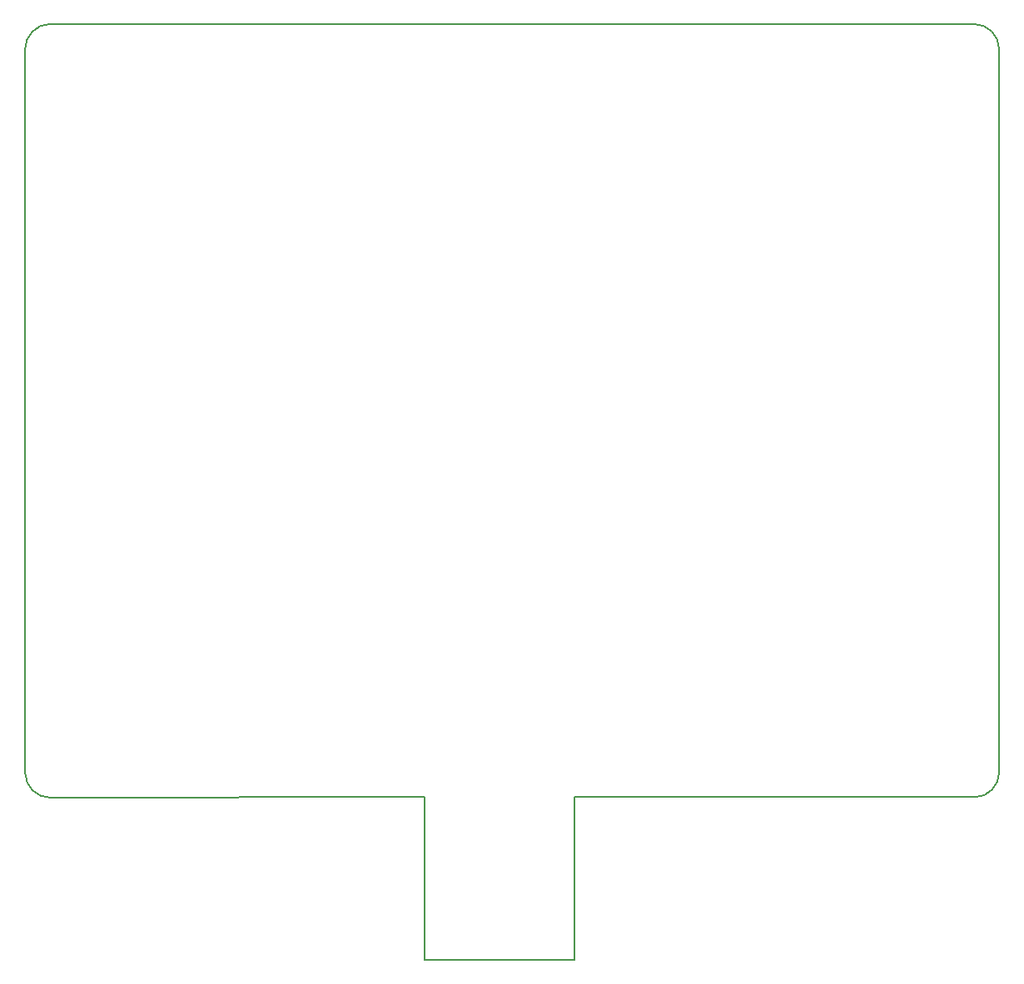
<source format=gm1>
G04 #@! TF.FileFunction,Profile,NP*
%FSLAX46Y46*%
G04 Gerber Fmt 4.6, Leading zero omitted, Abs format (unit mm)*
G04 Created by KiCad (PCBNEW 4.0.7-e2-6376~58~ubuntu16.04.1) date Mon Oct 23 20:06:01 2017*
%MOMM*%
%LPD*%
G01*
G04 APERTURE LIST*
%ADD10C,0.150000*%
G04 APERTURE END LIST*
D10*
X106656000Y-129502000D02*
X68580000Y-129540000D01*
X165076000Y-53340000D02*
G75*
G03X162536000Y-50800000I-2540000J0D01*
G01*
X162560000Y-50800000D02*
X68580000Y-50800000D01*
X68556000Y-50800000D02*
G75*
G03X66016000Y-53340000I0J-2540000D01*
G01*
X66040000Y-127000000D02*
X66040000Y-53340000D01*
X66016000Y-127000000D02*
G75*
G03X68556000Y-129540000I2540000J0D01*
G01*
X106656000Y-146050000D02*
X121896000Y-146050000D01*
X106656000Y-146012000D02*
X106656000Y-129502000D01*
X121920000Y-146050000D02*
X121920000Y-129540000D01*
X162536000Y-129502000D02*
X121896000Y-129502000D01*
X162536000Y-129502000D02*
G75*
G03X165076000Y-126962000I0J2540000D01*
G01*
X165076000Y-53302000D02*
X165076000Y-126962000D01*
X121666000Y-146050000D02*
X121666000Y-146050000D01*
M02*

</source>
